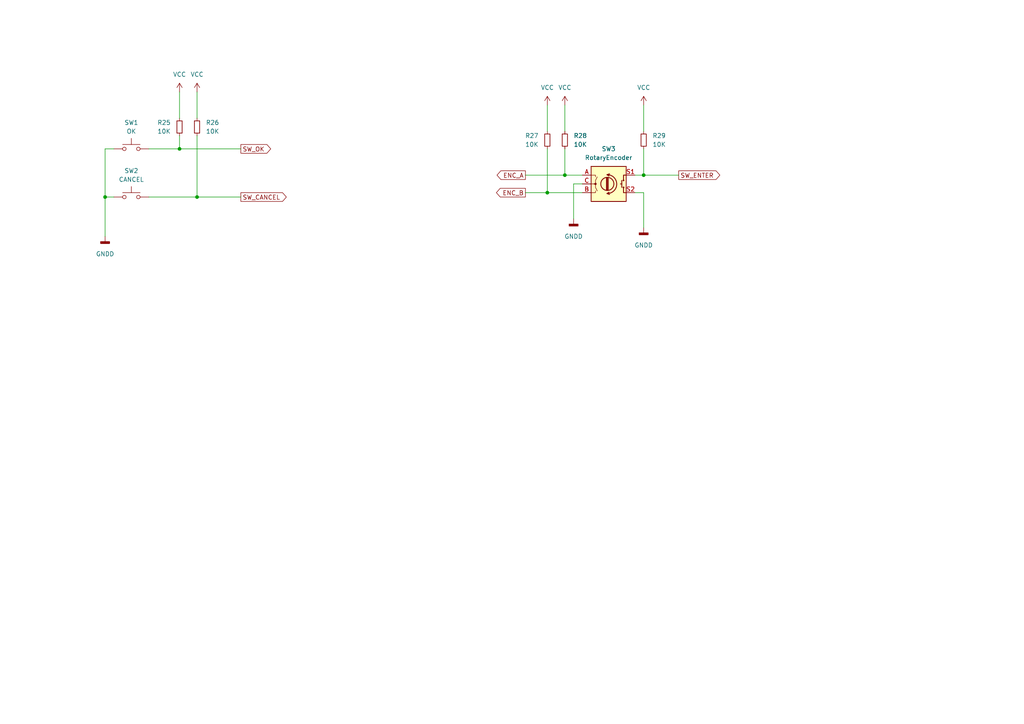
<source format=kicad_sch>
(kicad_sch (version 20211123) (generator eeschema)

  (uuid bac501b0-1d8b-4d84-a9b7-df348e5588fc)

  (paper "A4")

  (lib_symbols
    (symbol "Device:R_Small" (pin_numbers hide) (pin_names (offset 0.254) hide) (in_bom yes) (on_board yes)
      (property "Reference" "R" (id 0) (at 0.762 0.508 0)
        (effects (font (size 1.27 1.27)) (justify left))
      )
      (property "Value" "R_Small" (id 1) (at 0.762 -1.016 0)
        (effects (font (size 1.27 1.27)) (justify left))
      )
      (property "Footprint" "" (id 2) (at 0 0 0)
        (effects (font (size 1.27 1.27)) hide)
      )
      (property "Datasheet" "~" (id 3) (at 0 0 0)
        (effects (font (size 1.27 1.27)) hide)
      )
      (property "ki_keywords" "R resistor" (id 4) (at 0 0 0)
        (effects (font (size 1.27 1.27)) hide)
      )
      (property "ki_description" "Resistor, small symbol" (id 5) (at 0 0 0)
        (effects (font (size 1.27 1.27)) hide)
      )
      (property "ki_fp_filters" "R_*" (id 6) (at 0 0 0)
        (effects (font (size 1.27 1.27)) hide)
      )
      (symbol "R_Small_0_1"
        (rectangle (start -0.762 1.778) (end 0.762 -1.778)
          (stroke (width 0.2032) (type default) (color 0 0 0 0))
          (fill (type none))
        )
      )
      (symbol "R_Small_1_1"
        (pin passive line (at 0 2.54 270) (length 0.762)
          (name "~" (effects (font (size 1.27 1.27))))
          (number "1" (effects (font (size 1.27 1.27))))
        )
        (pin passive line (at 0 -2.54 90) (length 0.762)
          (name "~" (effects (font (size 1.27 1.27))))
          (number "2" (effects (font (size 1.27 1.27))))
        )
      )
    )
    (symbol "Device:RotaryEncoder_Switch" (pin_names (offset 0.254) hide) (in_bom yes) (on_board yes)
      (property "Reference" "SW" (id 0) (at 0 6.604 0)
        (effects (font (size 1.27 1.27)))
      )
      (property "Value" "RotaryEncoder_Switch" (id 1) (at 0 -6.604 0)
        (effects (font (size 1.27 1.27)))
      )
      (property "Footprint" "" (id 2) (at -3.81 4.064 0)
        (effects (font (size 1.27 1.27)) hide)
      )
      (property "Datasheet" "~" (id 3) (at 0 6.604 0)
        (effects (font (size 1.27 1.27)) hide)
      )
      (property "ki_keywords" "rotary switch encoder switch push button" (id 4) (at 0 0 0)
        (effects (font (size 1.27 1.27)) hide)
      )
      (property "ki_description" "Rotary encoder, dual channel, incremental quadrate outputs, with switch" (id 5) (at 0 0 0)
        (effects (font (size 1.27 1.27)) hide)
      )
      (property "ki_fp_filters" "RotaryEncoder*Switch*" (id 6) (at 0 0 0)
        (effects (font (size 1.27 1.27)) hide)
      )
      (symbol "RotaryEncoder_Switch_0_1"
        (rectangle (start -5.08 5.08) (end 5.08 -5.08)
          (stroke (width 0.254) (type default) (color 0 0 0 0))
          (fill (type background))
        )
        (circle (center -3.81 0) (radius 0.254)
          (stroke (width 0) (type default) (color 0 0 0 0))
          (fill (type outline))
        )
        (arc (start -0.381 -2.794) (mid 2.3622 -0.0508) (end -0.381 2.667)
          (stroke (width 0.254) (type default) (color 0 0 0 0))
          (fill (type none))
        )
        (circle (center -0.381 0) (radius 1.905)
          (stroke (width 0.254) (type default) (color 0 0 0 0))
          (fill (type none))
        )
        (polyline
          (pts
            (xy -0.635 -1.778)
            (xy -0.635 1.778)
          )
          (stroke (width 0.254) (type default) (color 0 0 0 0))
          (fill (type none))
        )
        (polyline
          (pts
            (xy -0.381 -1.778)
            (xy -0.381 1.778)
          )
          (stroke (width 0.254) (type default) (color 0 0 0 0))
          (fill (type none))
        )
        (polyline
          (pts
            (xy -0.127 1.778)
            (xy -0.127 -1.778)
          )
          (stroke (width 0.254) (type default) (color 0 0 0 0))
          (fill (type none))
        )
        (polyline
          (pts
            (xy 3.81 0)
            (xy 3.429 0)
          )
          (stroke (width 0.254) (type default) (color 0 0 0 0))
          (fill (type none))
        )
        (polyline
          (pts
            (xy 3.81 1.016)
            (xy 3.81 -1.016)
          )
          (stroke (width 0.254) (type default) (color 0 0 0 0))
          (fill (type none))
        )
        (polyline
          (pts
            (xy -5.08 -2.54)
            (xy -3.81 -2.54)
            (xy -3.81 -2.032)
          )
          (stroke (width 0) (type default) (color 0 0 0 0))
          (fill (type none))
        )
        (polyline
          (pts
            (xy -5.08 2.54)
            (xy -3.81 2.54)
            (xy -3.81 2.032)
          )
          (stroke (width 0) (type default) (color 0 0 0 0))
          (fill (type none))
        )
        (polyline
          (pts
            (xy 0.254 -3.048)
            (xy -0.508 -2.794)
            (xy 0.127 -2.413)
          )
          (stroke (width 0.254) (type default) (color 0 0 0 0))
          (fill (type none))
        )
        (polyline
          (pts
            (xy 0.254 2.921)
            (xy -0.508 2.667)
            (xy 0.127 2.286)
          )
          (stroke (width 0.254) (type default) (color 0 0 0 0))
          (fill (type none))
        )
        (polyline
          (pts
            (xy 5.08 -2.54)
            (xy 4.318 -2.54)
            (xy 4.318 -1.016)
          )
          (stroke (width 0.254) (type default) (color 0 0 0 0))
          (fill (type none))
        )
        (polyline
          (pts
            (xy 5.08 2.54)
            (xy 4.318 2.54)
            (xy 4.318 1.016)
          )
          (stroke (width 0.254) (type default) (color 0 0 0 0))
          (fill (type none))
        )
        (polyline
          (pts
            (xy -5.08 0)
            (xy -3.81 0)
            (xy -3.81 -1.016)
            (xy -3.302 -2.032)
          )
          (stroke (width 0) (type default) (color 0 0 0 0))
          (fill (type none))
        )
        (polyline
          (pts
            (xy -4.318 0)
            (xy -3.81 0)
            (xy -3.81 1.016)
            (xy -3.302 2.032)
          )
          (stroke (width 0) (type default) (color 0 0 0 0))
          (fill (type none))
        )
        (circle (center 4.318 -1.016) (radius 0.127)
          (stroke (width 0.254) (type default) (color 0 0 0 0))
          (fill (type none))
        )
        (circle (center 4.318 1.016) (radius 0.127)
          (stroke (width 0.254) (type default) (color 0 0 0 0))
          (fill (type none))
        )
      )
      (symbol "RotaryEncoder_Switch_1_1"
        (pin passive line (at -7.62 2.54 0) (length 2.54)
          (name "A" (effects (font (size 1.27 1.27))))
          (number "A" (effects (font (size 1.27 1.27))))
        )
        (pin passive line (at -7.62 -2.54 0) (length 2.54)
          (name "B" (effects (font (size 1.27 1.27))))
          (number "B" (effects (font (size 1.27 1.27))))
        )
        (pin passive line (at -7.62 0 0) (length 2.54)
          (name "C" (effects (font (size 1.27 1.27))))
          (number "C" (effects (font (size 1.27 1.27))))
        )
        (pin passive line (at 7.62 2.54 180) (length 2.54)
          (name "S1" (effects (font (size 1.27 1.27))))
          (number "S1" (effects (font (size 1.27 1.27))))
        )
        (pin passive line (at 7.62 -2.54 180) (length 2.54)
          (name "S2" (effects (font (size 1.27 1.27))))
          (number "S2" (effects (font (size 1.27 1.27))))
        )
      )
    )
    (symbol "Switch:SW_Push" (pin_numbers hide) (pin_names (offset 1.016) hide) (in_bom yes) (on_board yes)
      (property "Reference" "SW" (id 0) (at 1.27 2.54 0)
        (effects (font (size 1.27 1.27)) (justify left))
      )
      (property "Value" "SW_Push" (id 1) (at 0 -1.524 0)
        (effects (font (size 1.27 1.27)))
      )
      (property "Footprint" "" (id 2) (at 0 5.08 0)
        (effects (font (size 1.27 1.27)) hide)
      )
      (property "Datasheet" "~" (id 3) (at 0 5.08 0)
        (effects (font (size 1.27 1.27)) hide)
      )
      (property "ki_keywords" "switch normally-open pushbutton push-button" (id 4) (at 0 0 0)
        (effects (font (size 1.27 1.27)) hide)
      )
      (property "ki_description" "Push button switch, generic, two pins" (id 5) (at 0 0 0)
        (effects (font (size 1.27 1.27)) hide)
      )
      (symbol "SW_Push_0_1"
        (circle (center -2.032 0) (radius 0.508)
          (stroke (width 0) (type default) (color 0 0 0 0))
          (fill (type none))
        )
        (polyline
          (pts
            (xy 0 1.27)
            (xy 0 3.048)
          )
          (stroke (width 0) (type default) (color 0 0 0 0))
          (fill (type none))
        )
        (polyline
          (pts
            (xy 2.54 1.27)
            (xy -2.54 1.27)
          )
          (stroke (width 0) (type default) (color 0 0 0 0))
          (fill (type none))
        )
        (circle (center 2.032 0) (radius 0.508)
          (stroke (width 0) (type default) (color 0 0 0 0))
          (fill (type none))
        )
        (pin passive line (at -5.08 0 0) (length 2.54)
          (name "1" (effects (font (size 1.27 1.27))))
          (number "1" (effects (font (size 1.27 1.27))))
        )
        (pin passive line (at 5.08 0 180) (length 2.54)
          (name "2" (effects (font (size 1.27 1.27))))
          (number "2" (effects (font (size 1.27 1.27))))
        )
      )
    )
    (symbol "power:GNDD" (power) (pin_names (offset 0)) (in_bom yes) (on_board yes)
      (property "Reference" "#PWR" (id 0) (at 0 -6.35 0)
        (effects (font (size 1.27 1.27)) hide)
      )
      (property "Value" "GNDD" (id 1) (at 0 -3.175 0)
        (effects (font (size 1.27 1.27)))
      )
      (property "Footprint" "" (id 2) (at 0 0 0)
        (effects (font (size 1.27 1.27)) hide)
      )
      (property "Datasheet" "" (id 3) (at 0 0 0)
        (effects (font (size 1.27 1.27)) hide)
      )
      (property "ki_keywords" "power-flag" (id 4) (at 0 0 0)
        (effects (font (size 1.27 1.27)) hide)
      )
      (property "ki_description" "Power symbol creates a global label with name \"GNDD\" , digital ground" (id 5) (at 0 0 0)
        (effects (font (size 1.27 1.27)) hide)
      )
      (symbol "GNDD_0_1"
        (rectangle (start -1.27 -1.524) (end 1.27 -2.032)
          (stroke (width 0.254) (type default) (color 0 0 0 0))
          (fill (type outline))
        )
        (polyline
          (pts
            (xy 0 0)
            (xy 0 -1.524)
          )
          (stroke (width 0) (type default) (color 0 0 0 0))
          (fill (type none))
        )
      )
      (symbol "GNDD_1_1"
        (pin power_in line (at 0 0 270) (length 0) hide
          (name "GNDD" (effects (font (size 1.27 1.27))))
          (number "1" (effects (font (size 1.27 1.27))))
        )
      )
    )
    (symbol "power:VCC" (power) (pin_names (offset 0)) (in_bom yes) (on_board yes)
      (property "Reference" "#PWR" (id 0) (at 0 -3.81 0)
        (effects (font (size 1.27 1.27)) hide)
      )
      (property "Value" "VCC" (id 1) (at 0 3.81 0)
        (effects (font (size 1.27 1.27)))
      )
      (property "Footprint" "" (id 2) (at 0 0 0)
        (effects (font (size 1.27 1.27)) hide)
      )
      (property "Datasheet" "" (id 3) (at 0 0 0)
        (effects (font (size 1.27 1.27)) hide)
      )
      (property "ki_keywords" "power-flag" (id 4) (at 0 0 0)
        (effects (font (size 1.27 1.27)) hide)
      )
      (property "ki_description" "Power symbol creates a global label with name \"VCC\"" (id 5) (at 0 0 0)
        (effects (font (size 1.27 1.27)) hide)
      )
      (symbol "VCC_0_1"
        (polyline
          (pts
            (xy -0.762 1.27)
            (xy 0 2.54)
          )
          (stroke (width 0) (type default) (color 0 0 0 0))
          (fill (type none))
        )
        (polyline
          (pts
            (xy 0 0)
            (xy 0 2.54)
          )
          (stroke (width 0) (type default) (color 0 0 0 0))
          (fill (type none))
        )
        (polyline
          (pts
            (xy 0 2.54)
            (xy 0.762 1.27)
          )
          (stroke (width 0) (type default) (color 0 0 0 0))
          (fill (type none))
        )
      )
      (symbol "VCC_1_1"
        (pin power_in line (at 0 0 90) (length 0) hide
          (name "VCC" (effects (font (size 1.27 1.27))))
          (number "1" (effects (font (size 1.27 1.27))))
        )
      )
    )
  )

  (junction (at 163.83 50.8) (diameter 0) (color 0 0 0 0)
    (uuid 02a8de44-fd83-471e-a7e9-ea6c7cbf5259)
  )
  (junction (at 186.69 50.8) (diameter 0) (color 0 0 0 0)
    (uuid 671f8c3b-9eb0-4be7-bebd-1234ff540343)
  )
  (junction (at 30.48 57.15) (diameter 0) (color 0 0 0 0)
    (uuid 71bd0225-f59f-4ec9-8ded-3babf1ad699b)
  )
  (junction (at 57.15 57.15) (diameter 0) (color 0 0 0 0)
    (uuid cf696bb3-f680-45e7-9160-1998b6f6e8c2)
  )
  (junction (at 158.75 55.88) (diameter 0) (color 0 0 0 0)
    (uuid f6c3c023-adc5-4a78-80fb-406489b09578)
  )
  (junction (at 52.07 43.18) (diameter 0) (color 0 0 0 0)
    (uuid fb29db9a-4985-4637-8c1f-94a32e1d592d)
  )

  (wire (pts (xy 163.83 43.18) (xy 163.83 50.8))
    (stroke (width 0) (type default) (color 0 0 0 0))
    (uuid 0013f9d6-95c7-4f2d-8af7-a1bf7bbc31de)
  )
  (wire (pts (xy 152.4 50.8) (xy 163.83 50.8))
    (stroke (width 0) (type default) (color 0 0 0 0))
    (uuid 04d68ea1-dcde-4319-a44e-3ec37cb928f1)
  )
  (wire (pts (xy 30.48 43.18) (xy 30.48 57.15))
    (stroke (width 0) (type default) (color 0 0 0 0))
    (uuid 2bb5dc2b-ffee-4059-bbff-76e92af49e55)
  )
  (wire (pts (xy 158.75 43.18) (xy 158.75 55.88))
    (stroke (width 0) (type default) (color 0 0 0 0))
    (uuid 2ec2c1a0-6c41-4294-9268-07ea502e9bd1)
  )
  (wire (pts (xy 158.75 55.88) (xy 168.91 55.88))
    (stroke (width 0) (type default) (color 0 0 0 0))
    (uuid 3c171d29-248e-4bd1-af6c-15f0b53be4c3)
  )
  (wire (pts (xy 52.07 43.18) (xy 69.85 43.18))
    (stroke (width 0) (type default) (color 0 0 0 0))
    (uuid 538e62ba-a1bc-4fa4-9c71-1abb8442b793)
  )
  (wire (pts (xy 57.15 57.15) (xy 57.15 39.37))
    (stroke (width 0) (type default) (color 0 0 0 0))
    (uuid 57e0ceda-8376-49f3-8276-230d43dd59ac)
  )
  (wire (pts (xy 57.15 57.15) (xy 69.85 57.15))
    (stroke (width 0) (type default) (color 0 0 0 0))
    (uuid 5981ae8b-9dbe-49a7-a1af-343590703060)
  )
  (wire (pts (xy 186.69 50.8) (xy 196.85 50.8))
    (stroke (width 0) (type default) (color 0 0 0 0))
    (uuid 70dc91d4-8a6d-4c41-97ea-dae16ee887b8)
  )
  (wire (pts (xy 30.48 57.15) (xy 30.48 68.58))
    (stroke (width 0) (type default) (color 0 0 0 0))
    (uuid 7fa5065d-8e1e-4bdd-b4d6-1025f5d84f0c)
  )
  (wire (pts (xy 158.75 30.48) (xy 158.75 38.1))
    (stroke (width 0) (type default) (color 0 0 0 0))
    (uuid 8aefea03-8adb-45a9-968b-40f84feebcc7)
  )
  (wire (pts (xy 163.83 30.48) (xy 163.83 38.1))
    (stroke (width 0) (type default) (color 0 0 0 0))
    (uuid 8e65d3e8-8776-45b4-8861-e870b32ae761)
  )
  (wire (pts (xy 30.48 57.15) (xy 33.02 57.15))
    (stroke (width 0) (type default) (color 0 0 0 0))
    (uuid 9769bc8d-462c-4ef3-b25d-c905d67107c6)
  )
  (wire (pts (xy 163.83 50.8) (xy 168.91 50.8))
    (stroke (width 0) (type default) (color 0 0 0 0))
    (uuid 9e31742b-8b25-4297-8fbe-65586c7519c3)
  )
  (wire (pts (xy 57.15 26.67) (xy 57.15 34.29))
    (stroke (width 0) (type default) (color 0 0 0 0))
    (uuid a1984f05-cb5a-4e2d-a27c-3d79213362dc)
  )
  (wire (pts (xy 43.18 43.18) (xy 52.07 43.18))
    (stroke (width 0) (type default) (color 0 0 0 0))
    (uuid a903c120-ce34-4e1d-9227-185978a2601a)
  )
  (wire (pts (xy 30.48 43.18) (xy 33.02 43.18))
    (stroke (width 0) (type default) (color 0 0 0 0))
    (uuid afe9d6a9-ab07-4ffb-9c3d-2d70414b1ea2)
  )
  (wire (pts (xy 186.69 50.8) (xy 186.69 43.18))
    (stroke (width 0) (type default) (color 0 0 0 0))
    (uuid b9b606c8-3637-48b2-a17b-736aa2e8a72a)
  )
  (wire (pts (xy 184.15 50.8) (xy 186.69 50.8))
    (stroke (width 0) (type default) (color 0 0 0 0))
    (uuid b9e24537-701a-468e-9ec1-749d4984f8a3)
  )
  (wire (pts (xy 168.91 53.34) (xy 166.37 53.34))
    (stroke (width 0) (type default) (color 0 0 0 0))
    (uuid c649559f-41df-4b35-a159-31b683a515e8)
  )
  (wire (pts (xy 186.69 66.04) (xy 186.69 55.88))
    (stroke (width 0) (type default) (color 0 0 0 0))
    (uuid c6cc036f-a91e-4ffb-851b-8a5bc4bd0892)
  )
  (wire (pts (xy 184.15 55.88) (xy 186.69 55.88))
    (stroke (width 0) (type default) (color 0 0 0 0))
    (uuid d65620fb-edb6-4e92-b303-00094bdf3fa1)
  )
  (wire (pts (xy 52.07 26.67) (xy 52.07 34.29))
    (stroke (width 0) (type default) (color 0 0 0 0))
    (uuid d718dc7c-5641-45b4-975c-d074d9f8cdf5)
  )
  (wire (pts (xy 166.37 63.5) (xy 166.37 53.34))
    (stroke (width 0) (type default) (color 0 0 0 0))
    (uuid d803af20-2844-4df9-ac06-676c6ed4fef2)
  )
  (wire (pts (xy 43.18 57.15) (xy 57.15 57.15))
    (stroke (width 0) (type default) (color 0 0 0 0))
    (uuid da14af31-51b2-4198-aa0b-e866802327c3)
  )
  (wire (pts (xy 186.69 30.48) (xy 186.69 38.1))
    (stroke (width 0) (type default) (color 0 0 0 0))
    (uuid e195ce17-b6f1-4c93-94fe-37ad1b97123c)
  )
  (wire (pts (xy 152.4 55.88) (xy 158.75 55.88))
    (stroke (width 0) (type default) (color 0 0 0 0))
    (uuid e710275e-ee1a-4f66-9a0c-148da19e281b)
  )
  (wire (pts (xy 52.07 43.18) (xy 52.07 39.37))
    (stroke (width 0) (type default) (color 0 0 0 0))
    (uuid ffae9bec-c53e-4d5b-a785-42e0287e7dc6)
  )

  (global_label "SW_OK" (shape output) (at 69.85 43.18 0) (fields_autoplaced)
    (effects (font (size 1.27 1.27)) (justify left))
    (uuid 591c6b18-289f-4035-8151-b65efaf340eb)
    (property "Intersheet References" "${INTERSHEET_REFS}" (id 0) (at 78.4921 43.1006 0)
      (effects (font (size 1.27 1.27)) (justify left) hide)
    )
  )
  (global_label "ENC_B" (shape output) (at 152.4 55.88 180) (fields_autoplaced)
    (effects (font (size 1.27 1.27)) (justify right))
    (uuid 6bdcd896-95d7-494e-beb3-8096d44a5a00)
    (property "Intersheet References" "${INTERSHEET_REFS}" (id 0) (at 143.9998 55.9594 0)
      (effects (font (size 1.27 1.27)) (justify right) hide)
    )
  )
  (global_label "SW_ENTER" (shape output) (at 196.85 50.8 0) (fields_autoplaced)
    (effects (font (size 1.27 1.27)) (justify left))
    (uuid cfd2be96-7814-4129-9a94-29374ca86ad5)
    (property "Intersheet References" "${INTERSHEET_REFS}" (id 0) (at 208.7579 50.7206 0)
      (effects (font (size 1.27 1.27)) (justify left) hide)
    )
  )
  (global_label "ENC_A" (shape output) (at 152.4 50.8 180) (fields_autoplaced)
    (effects (font (size 1.27 1.27)) (justify right))
    (uuid d65290ff-abb0-4a8e-b5cc-9cb3a49e49b6)
    (property "Intersheet References" "${INTERSHEET_REFS}" (id 0) (at 144.1812 50.8794 0)
      (effects (font (size 1.27 1.27)) (justify right) hide)
    )
  )
  (global_label "SW_CANCEL" (shape output) (at 69.85 57.15 0) (fields_autoplaced)
    (effects (font (size 1.27 1.27)) (justify left))
    (uuid eca72df3-1725-4c88-a3e1-ce7699a91668)
    (property "Intersheet References" "${INTERSHEET_REFS}" (id 0) (at 83.0279 57.0706 0)
      (effects (font (size 1.27 1.27)) (justify left) hide)
    )
  )

  (symbol (lib_id "Switch:SW_Push") (at 38.1 57.15 0) (mirror y) (unit 1)
    (in_bom yes) (on_board yes) (fields_autoplaced)
    (uuid 0868b8bb-a98e-425d-8f8a-9f9c3f67f93e)
    (property "Reference" "SW2" (id 0) (at 38.1 49.53 0))
    (property "Value" "CANCEL" (id 1) (at 38.1 52.07 0))
    (property "Footprint" "Button_Switch_THT:SW_PUSH_6mm" (id 2) (at 38.1 52.07 0)
      (effects (font (size 1.27 1.27)) hide)
    )
    (property "Datasheet" "~" (id 3) (at 38.1 52.07 0)
      (effects (font (size 1.27 1.27)) hide)
    )
    (pin "1" (uuid 6957ebd6-48f6-4a9e-a6b4-92486762b2b2))
    (pin "2" (uuid 0ecb5d7c-850c-4c3e-99c9-cef0a0d57dbf))
  )

  (symbol (lib_id "power:VCC") (at 57.15 26.67 0) (unit 1)
    (in_bom yes) (on_board yes) (fields_autoplaced)
    (uuid 13a2313a-5ec1-4ae9-8870-84e4394f2951)
    (property "Reference" "#PWR016" (id 0) (at 57.15 30.48 0)
      (effects (font (size 1.27 1.27)) hide)
    )
    (property "Value" "VCC" (id 1) (at 57.15 21.59 0))
    (property "Footprint" "" (id 2) (at 57.15 26.67 0)
      (effects (font (size 1.27 1.27)) hide)
    )
    (property "Datasheet" "" (id 3) (at 57.15 26.67 0)
      (effects (font (size 1.27 1.27)) hide)
    )
    (pin "1" (uuid 043cb5e1-b9a3-4923-ac3d-8220ddb34ea1))
  )

  (symbol (lib_id "power:VCC") (at 158.75 30.48 0) (unit 1)
    (in_bom yes) (on_board yes) (fields_autoplaced)
    (uuid 18c7ffd7-f316-45e3-9401-899b65de159d)
    (property "Reference" "#PWR017" (id 0) (at 158.75 34.29 0)
      (effects (font (size 1.27 1.27)) hide)
    )
    (property "Value" "VCC" (id 1) (at 158.75 25.4 0))
    (property "Footprint" "" (id 2) (at 158.75 30.48 0)
      (effects (font (size 1.27 1.27)) hide)
    )
    (property "Datasheet" "" (id 3) (at 158.75 30.48 0)
      (effects (font (size 1.27 1.27)) hide)
    )
    (pin "1" (uuid 9b6d90d5-5892-499c-8f22-fb5b8eb4ece5))
  )

  (symbol (lib_id "power:GNDD") (at 186.69 66.04 0) (unit 1)
    (in_bom yes) (on_board yes) (fields_autoplaced)
    (uuid 1c001243-570d-430d-beb5-b5091b7569b3)
    (property "Reference" "#PWR021" (id 0) (at 186.69 72.39 0)
      (effects (font (size 1.27 1.27)) hide)
    )
    (property "Value" "GNDD" (id 1) (at 186.69 71.12 0))
    (property "Footprint" "" (id 2) (at 186.69 66.04 0)
      (effects (font (size 1.27 1.27)) hide)
    )
    (property "Datasheet" "" (id 3) (at 186.69 66.04 0)
      (effects (font (size 1.27 1.27)) hide)
    )
    (pin "1" (uuid bb9ee38c-e24f-4ae4-9855-b3a23137ae32))
  )

  (symbol (lib_id "power:VCC") (at 52.07 26.67 0) (unit 1)
    (in_bom yes) (on_board yes) (fields_autoplaced)
    (uuid 1c6a5cf0-f72c-495e-bd10-7574860b8e25)
    (property "Reference" "#PWR015" (id 0) (at 52.07 30.48 0)
      (effects (font (size 1.27 1.27)) hide)
    )
    (property "Value" "VCC" (id 1) (at 52.07 21.59 0))
    (property "Footprint" "" (id 2) (at 52.07 26.67 0)
      (effects (font (size 1.27 1.27)) hide)
    )
    (property "Datasheet" "" (id 3) (at 52.07 26.67 0)
      (effects (font (size 1.27 1.27)) hide)
    )
    (pin "1" (uuid 54d37d52-39d6-4772-b545-8e1cf04760ca))
  )

  (symbol (lib_id "Device:R_Small") (at 52.07 36.83 180) (unit 1)
    (in_bom yes) (on_board yes) (fields_autoplaced)
    (uuid 23f95895-5626-4229-b080-8483cc5da849)
    (property "Reference" "R25" (id 0) (at 49.53 35.5599 0)
      (effects (font (size 1.27 1.27)) (justify left))
    )
    (property "Value" "10K" (id 1) (at 49.53 38.0999 0)
      (effects (font (size 1.27 1.27)) (justify left))
    )
    (property "Footprint" "Resistor_SMD:R_0805_2012Metric" (id 2) (at 52.07 36.83 0)
      (effects (font (size 1.27 1.27)) hide)
    )
    (property "Datasheet" "~" (id 3) (at 52.07 36.83 0)
      (effects (font (size 1.27 1.27)) hide)
    )
    (pin "1" (uuid 48489c93-cdad-452c-99f9-eea50c751b14))
    (pin "2" (uuid 9e4a6e68-4e42-43bd-8b76-9425bb19b267))
  )

  (symbol (lib_id "Device:R_Small") (at 186.69 40.64 180) (unit 1)
    (in_bom yes) (on_board yes) (fields_autoplaced)
    (uuid 309a0f6d-973f-4754-87e7-8ea107a9659f)
    (property "Reference" "R29" (id 0) (at 189.23 39.3699 0)
      (effects (font (size 1.27 1.27)) (justify right))
    )
    (property "Value" "10K" (id 1) (at 189.23 41.9099 0)
      (effects (font (size 1.27 1.27)) (justify right))
    )
    (property "Footprint" "Resistor_SMD:R_0805_2012Metric" (id 2) (at 186.69 40.64 0)
      (effects (font (size 1.27 1.27)) hide)
    )
    (property "Datasheet" "~" (id 3) (at 186.69 40.64 0)
      (effects (font (size 1.27 1.27)) hide)
    )
    (pin "1" (uuid f3d08499-939e-4869-add3-edb30e69ab5e))
    (pin "2" (uuid f6e19d30-9bc2-4484-8c64-801bad148a2f))
  )

  (symbol (lib_id "Device:R_Small") (at 57.15 36.83 180) (unit 1)
    (in_bom yes) (on_board yes) (fields_autoplaced)
    (uuid 41e5b6eb-5230-47f2-ad7c-bcd6e9226da3)
    (property "Reference" "R26" (id 0) (at 59.69 35.5599 0)
      (effects (font (size 1.27 1.27)) (justify right))
    )
    (property "Value" "10K" (id 1) (at 59.69 38.0999 0)
      (effects (font (size 1.27 1.27)) (justify right))
    )
    (property "Footprint" "Resistor_SMD:R_0805_2012Metric" (id 2) (at 57.15 36.83 0)
      (effects (font (size 1.27 1.27)) hide)
    )
    (property "Datasheet" "~" (id 3) (at 57.15 36.83 0)
      (effects (font (size 1.27 1.27)) hide)
    )
    (pin "1" (uuid 219974da-3327-4c6b-b199-61ddda291baf))
    (pin "2" (uuid 13a19f6a-df1f-4e63-a2a5-5ed8f3915611))
  )

  (symbol (lib_id "Device:R_Small") (at 163.83 40.64 180) (unit 1)
    (in_bom yes) (on_board yes) (fields_autoplaced)
    (uuid 7523f316-f3f2-41e9-b4ea-274295291a79)
    (property "Reference" "R28" (id 0) (at 166.37 39.3699 0)
      (effects (font (size 1.27 1.27)) (justify right))
    )
    (property "Value" "10K" (id 1) (at 166.37 41.9099 0)
      (effects (font (size 1.27 1.27)) (justify right))
    )
    (property "Footprint" "Resistor_SMD:R_0805_2012Metric" (id 2) (at 163.83 40.64 0)
      (effects (font (size 1.27 1.27)) hide)
    )
    (property "Datasheet" "~" (id 3) (at 163.83 40.64 0)
      (effects (font (size 1.27 1.27)) hide)
    )
    (pin "1" (uuid f2485ea9-82f5-4ee2-a474-2d9708ba4fb1))
    (pin "2" (uuid b869fc6b-af37-4160-90f9-067332371168))
  )

  (symbol (lib_id "Switch:SW_Push") (at 38.1 43.18 0) (mirror y) (unit 1)
    (in_bom yes) (on_board yes) (fields_autoplaced)
    (uuid b402cdeb-fe40-483e-b91a-11600108d2ef)
    (property "Reference" "SW1" (id 0) (at 38.1 35.56 0))
    (property "Value" "OK" (id 1) (at 38.1 38.1 0))
    (property "Footprint" "Button_Switch_THT:SW_PUSH_6mm" (id 2) (at 38.1 38.1 0)
      (effects (font (size 1.27 1.27)) hide)
    )
    (property "Datasheet" "~" (id 3) (at 38.1 38.1 0)
      (effects (font (size 1.27 1.27)) hide)
    )
    (pin "1" (uuid 5ab874af-77e9-4840-b8fe-8303474a907b))
    (pin "2" (uuid 5551a41c-b618-4f2d-9977-4038b46e725a))
  )

  (symbol (lib_id "power:GNDD") (at 30.48 68.58 0) (mirror y) (unit 1)
    (in_bom yes) (on_board yes) (fields_autoplaced)
    (uuid b4bcf954-c251-40c5-891f-c0151bf691c7)
    (property "Reference" "#PWR014" (id 0) (at 30.48 74.93 0)
      (effects (font (size 1.27 1.27)) hide)
    )
    (property "Value" "GNDD" (id 1) (at 30.48 73.66 0))
    (property "Footprint" "" (id 2) (at 30.48 68.58 0)
      (effects (font (size 1.27 1.27)) hide)
    )
    (property "Datasheet" "" (id 3) (at 30.48 68.58 0)
      (effects (font (size 1.27 1.27)) hide)
    )
    (pin "1" (uuid 79223cc0-e534-4af1-9316-e7677dec4d7b))
  )

  (symbol (lib_id "power:GNDD") (at 166.37 63.5 0) (mirror y) (unit 1)
    (in_bom yes) (on_board yes) (fields_autoplaced)
    (uuid bf2a0f8d-7bd2-401e-8e01-6dc2d6c086df)
    (property "Reference" "#PWR019" (id 0) (at 166.37 69.85 0)
      (effects (font (size 1.27 1.27)) hide)
    )
    (property "Value" "GNDD" (id 1) (at 166.37 68.58 0))
    (property "Footprint" "" (id 2) (at 166.37 63.5 0)
      (effects (font (size 1.27 1.27)) hide)
    )
    (property "Datasheet" "" (id 3) (at 166.37 63.5 0)
      (effects (font (size 1.27 1.27)) hide)
    )
    (pin "1" (uuid d931e15d-d99f-445f-bf05-6b89a2266ab7))
  )

  (symbol (lib_id "Device:RotaryEncoder_Switch") (at 176.53 53.34 0) (unit 1)
    (in_bom yes) (on_board yes) (fields_autoplaced)
    (uuid d946eecf-33a6-4446-8b3d-a0de81816d9f)
    (property "Reference" "SW3" (id 0) (at 176.53 43.18 0))
    (property "Value" "RotaryEncoder" (id 1) (at 176.53 45.72 0))
    (property "Footprint" "Rotary_Encoder:RotaryEncoder_Alps_EC11E-Switch_Vertical_H20mm" (id 2) (at 172.72 49.276 0)
      (effects (font (size 1.27 1.27)) hide)
    )
    (property "Datasheet" "~" (id 3) (at 176.53 46.736 0)
      (effects (font (size 1.27 1.27)) hide)
    )
    (pin "A" (uuid e5c80b3f-1dad-467c-92e1-e539bfcfaf92))
    (pin "B" (uuid 15541b48-0993-419c-bd76-ff824097607c))
    (pin "C" (uuid ac55c314-d87f-49c5-8915-436f12c91a0c))
    (pin "S1" (uuid bf051daf-810a-4c25-8168-125dcb05482a))
    (pin "S2" (uuid 414d4788-e941-426f-8c39-d098b591a42c))
  )

  (symbol (lib_id "power:VCC") (at 186.69 30.48 0) (unit 1)
    (in_bom yes) (on_board yes) (fields_autoplaced)
    (uuid d986d5c9-7fb4-4b5e-9677-75146e2fc6a7)
    (property "Reference" "#PWR020" (id 0) (at 186.69 34.29 0)
      (effects (font (size 1.27 1.27)) hide)
    )
    (property "Value" "VCC" (id 1) (at 186.69 25.4 0))
    (property "Footprint" "" (id 2) (at 186.69 30.48 0)
      (effects (font (size 1.27 1.27)) hide)
    )
    (property "Datasheet" "" (id 3) (at 186.69 30.48 0)
      (effects (font (size 1.27 1.27)) hide)
    )
    (pin "1" (uuid b32c8f0b-16d6-4b73-b05b-bbb5d8b60819))
  )

  (symbol (lib_id "Device:R_Small") (at 158.75 40.64 180) (unit 1)
    (in_bom yes) (on_board yes) (fields_autoplaced)
    (uuid da41a2e8-3093-46a2-9dc3-8bbd3d670faf)
    (property "Reference" "R27" (id 0) (at 156.21 39.3699 0)
      (effects (font (size 1.27 1.27)) (justify left))
    )
    (property "Value" "10K" (id 1) (at 156.21 41.9099 0)
      (effects (font (size 1.27 1.27)) (justify left))
    )
    (property "Footprint" "Resistor_SMD:R_0805_2012Metric" (id 2) (at 158.75 40.64 0)
      (effects (font (size 1.27 1.27)) hide)
    )
    (property "Datasheet" "~" (id 3) (at 158.75 40.64 0)
      (effects (font (size 1.27 1.27)) hide)
    )
    (pin "1" (uuid ad9e09d7-2762-4691-a104-6dc117f9a1d0))
    (pin "2" (uuid 101c162e-62db-4af2-9c29-a4e0099e724e))
  )

  (symbol (lib_id "power:VCC") (at 163.83 30.48 0) (unit 1)
    (in_bom yes) (on_board yes) (fields_autoplaced)
    (uuid e541cfd6-f775-45a7-8735-f271108ab5f2)
    (property "Reference" "#PWR018" (id 0) (at 163.83 34.29 0)
      (effects (font (size 1.27 1.27)) hide)
    )
    (property "Value" "VCC" (id 1) (at 163.83 25.4 0))
    (property "Footprint" "" (id 2) (at 163.83 30.48 0)
      (effects (font (size 1.27 1.27)) hide)
    )
    (property "Datasheet" "" (id 3) (at 163.83 30.48 0)
      (effects (font (size 1.27 1.27)) hide)
    )
    (pin "1" (uuid f8a78562-8068-418d-84e5-0d62d63aece7))
  )
)

</source>
